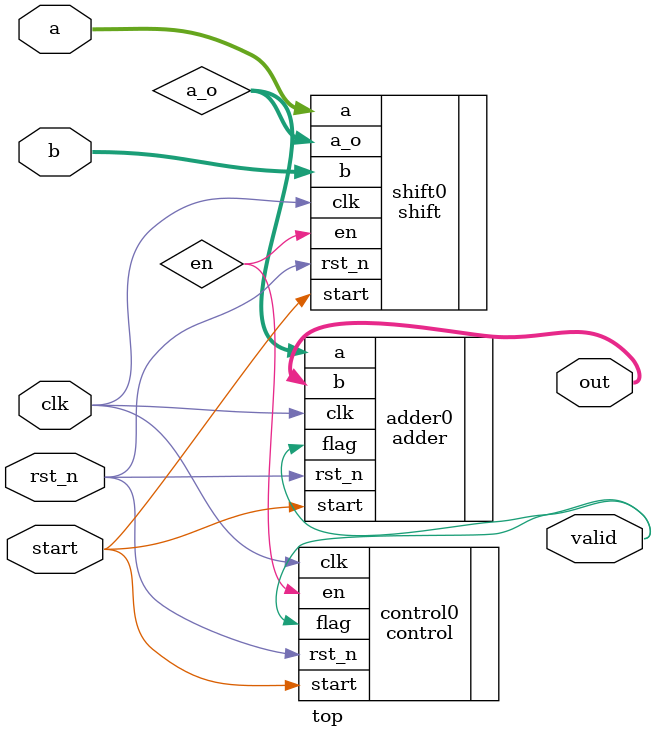
<source format=v>
`timescale 1ns / 1ps


module top(clk,rst_n,start,a,b,out,valid);
parameter N = 4;

input clk,rst_n,start;
input [N-1:0] a,b;

output [2*N-1:0] out;
output valid;

wire en;
wire [2*N-1:0] a_o;

control control0(.clk(clk),.rst_n(rst_n),.start(start),.en(en),.flag(valid));
shift shift0(.clk(clk),.rst_n(rst_n),.start(start),.en(en),.a(a),.b(b),.a_o(a_o));
adder adder0(.clk(clk),.rst_n(rst_n),.start(start),.a(a_o),.b(out),.flag(valid));

endmodule

</source>
